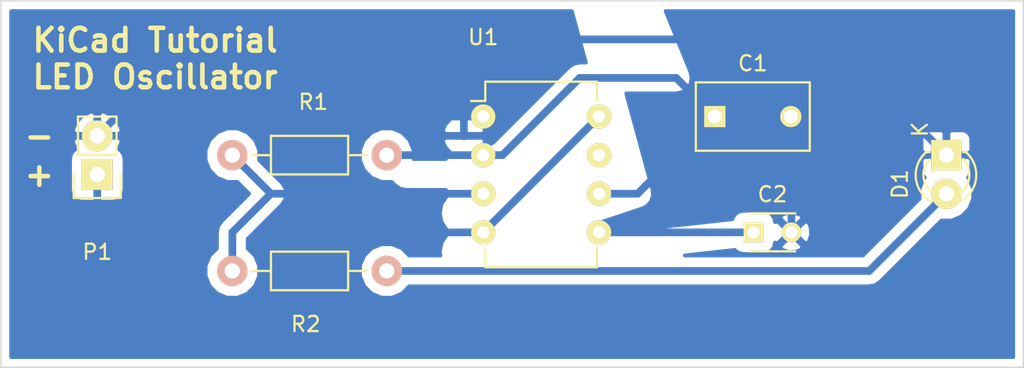
<source format=kicad_pcb>
(kicad_pcb (version 4) (host pcbnew 0.201509111501+6183~30~ubuntu14.04.1-product)

  (general
    (links 13)
    (no_connects 0)
    (area 93.929999 93.929999 161.340001 118.160001)
    (thickness 1.6)
    (drawings 7)
    (tracks 29)
    (zones 0)
    (modules 7)
    (nets 8)
  )

  (page A4)
  (layers
    (0 F.Cu signal)
    (31 B.Cu signal)
    (32 B.Adhes user)
    (33 F.Adhes user)
    (34 B.Paste user)
    (35 F.Paste user)
    (36 B.SilkS user)
    (37 F.SilkS user)
    (38 B.Mask user)
    (39 F.Mask user)
    (40 Dwgs.User user)
    (41 Cmts.User user)
    (42 Eco1.User user)
    (43 Eco2.User user)
    (44 Edge.Cuts user)
    (45 Margin user)
    (46 B.CrtYd user)
    (47 F.CrtYd user)
    (48 B.Fab user)
    (49 F.Fab user)
  )

  (setup
    (last_trace_width 0.508)
    (trace_clearance 0.635)
    (zone_clearance 0.508)
    (zone_45_only yes)
    (trace_min 0.508)
    (segment_width 0.2)
    (edge_width 0.1)
    (via_size 0.6)
    (via_drill 0.4)
    (via_min_size 0.4)
    (via_min_drill 0.3)
    (uvia_size 0.3)
    (uvia_drill 0.1)
    (uvias_allowed no)
    (uvia_min_size 0)
    (uvia_min_drill 0)
    (pcb_text_width 0.3)
    (pcb_text_size 1.5 1.5)
    (mod_edge_width 0.15)
    (mod_text_size 1 1)
    (mod_text_width 0.15)
    (pad_size 1.5 1.5)
    (pad_drill 0.6)
    (pad_to_mask_clearance 0)
    (aux_axis_origin 0 0)
    (visible_elements FFFFFF7F)
    (pcbplotparams
      (layerselection 0x01030_80000001)
      (usegerberextensions false)
      (excludeedgelayer false)
      (linewidth 0.100000)
      (plotframeref false)
      (viasonmask false)
      (mode 1)
      (useauxorigin false)
      (hpglpennumber 1)
      (hpglpenspeed 20)
      (hpglpendiameter 15)
      (hpglpenoverlay 2)
      (psnegative false)
      (psa4output false)
      (plotreference true)
      (plotvalue true)
      (plotinvisibletext false)
      (padsonsilk false)
      (subtractmaskfromsilk false)
      (outputformat 1)
      (mirror false)
      (drillshape 0)
      (scaleselection 1)
      (outputdirectory ""))
  )

  (net 0 "")
  (net 1 "Net-(C1-Pad1)")
  (net 2 GND)
  (net 3 "Net-(C2-Pad1)")
  (net 4 "Net-(D1-Pad2)")
  (net 5 VCC)
  (net 6 "Net-(R1-Pad1)")
  (net 7 "Net-(U1-Pad7)")

  (net_class Default "This is the default net class."
    (clearance 0.635)
    (trace_width 0.508)
    (via_dia 0.6)
    (via_drill 0.4)
    (uvia_dia 0.3)
    (uvia_drill 0.1)
    (add_net GND)
    (add_net "Net-(C1-Pad1)")
    (add_net "Net-(C2-Pad1)")
    (add_net "Net-(D1-Pad2)")
    (add_net "Net-(R1-Pad1)")
    (add_net "Net-(U1-Pad7)")
    (add_net VCC)
  )

  (module Capacitors_ThroughHole:C_Disc_D7.5_P5 (layer F.Cu) (tedit 0) (tstamp 55F9F073)
    (at 140.97 101.6)
    (descr "Capacitor 7.5mm Disc, Pitch 5mm")
    (tags Capacitor)
    (path /55F9E888)
    (fp_text reference C1 (at 2.5 -3.5) (layer F.SilkS)
      (effects (font (size 1 1) (thickness 0.15)))
    )
    (fp_text value 100uF (at 2.5 3.5) (layer F.Fab)
      (effects (font (size 1 1) (thickness 0.15)))
    )
    (fp_line (start -1.5 -2.5) (end 6.5 -2.5) (layer F.CrtYd) (width 0.05))
    (fp_line (start 6.5 -2.5) (end 6.5 2.5) (layer F.CrtYd) (width 0.05))
    (fp_line (start 6.5 2.5) (end -1.5 2.5) (layer F.CrtYd) (width 0.05))
    (fp_line (start -1.5 2.5) (end -1.5 -2.5) (layer F.CrtYd) (width 0.05))
    (fp_line (start -1.25 -2.25) (end 6.25 -2.25) (layer F.SilkS) (width 0.15))
    (fp_line (start 6.25 -2.25) (end 6.25 2.25) (layer F.SilkS) (width 0.15))
    (fp_line (start 6.25 2.25) (end -1.25 2.25) (layer F.SilkS) (width 0.15))
    (fp_line (start -1.25 2.25) (end -1.25 -2.25) (layer F.SilkS) (width 0.15))
    (pad 1 thru_hole rect (at 0 0) (size 1.4 1.4) (drill 0.9) (layers *.Cu *.Mask F.SilkS)
      (net 1 "Net-(C1-Pad1)"))
    (pad 2 thru_hole circle (at 5 0) (size 1.4 1.4) (drill 0.9) (layers *.Cu *.Mask F.SilkS)
      (net 2 GND))
    (model Capacitors_ThroughHole.3dshapes/C_Disc_D7.5_P5.wrl
      (at (xyz 0.0984252 0 0))
      (scale (xyz 1 1 1))
      (rotate (xyz 0 0 0))
    )
  )

  (module Capacitors_ThroughHole:C_Disc_D3_P2.5 (layer F.Cu) (tedit 0) (tstamp 55F9F079)
    (at 143.51 109.22)
    (descr "Capacitor 3mm Disc, Pitch 2.5mm")
    (tags Capacitor)
    (path /55F9E7AD)
    (fp_text reference C2 (at 1.25 -2.5) (layer F.SilkS)
      (effects (font (size 1 1) (thickness 0.15)))
    )
    (fp_text value .01uF (at 1.25 2.5) (layer F.Fab)
      (effects (font (size 1 1) (thickness 0.15)))
    )
    (fp_line (start -0.9 -1.5) (end 3.4 -1.5) (layer F.CrtYd) (width 0.05))
    (fp_line (start 3.4 -1.5) (end 3.4 1.5) (layer F.CrtYd) (width 0.05))
    (fp_line (start 3.4 1.5) (end -0.9 1.5) (layer F.CrtYd) (width 0.05))
    (fp_line (start -0.9 1.5) (end -0.9 -1.5) (layer F.CrtYd) (width 0.05))
    (fp_line (start -0.25 -1.25) (end 2.75 -1.25) (layer F.SilkS) (width 0.15))
    (fp_line (start 2.75 1.25) (end -0.25 1.25) (layer F.SilkS) (width 0.15))
    (pad 1 thru_hole rect (at 0 0) (size 1.3 1.3) (drill 0.8) (layers *.Cu *.Mask F.SilkS)
      (net 3 "Net-(C2-Pad1)"))
    (pad 2 thru_hole circle (at 2.5 0) (size 1.3 1.3) (drill 0.8001) (layers *.Cu *.Mask F.SilkS)
      (net 2 GND))
    (model Capacitors_ThroughHole.3dshapes/C_Disc_D3_P2.5.wrl
      (at (xyz 0.0492126 0 0))
      (scale (xyz 1 1 1))
      (rotate (xyz 0 0 0))
    )
  )

  (module LEDs:LED-3MM (layer F.Cu) (tedit 559B82F6) (tstamp 55F9F07F)
    (at 156.21 104.14 270)
    (descr "LED 3mm round vertical")
    (tags "LED  3mm round vertical")
    (path /55F9EB94)
    (fp_text reference D1 (at 1.91 3.06 270) (layer F.SilkS)
      (effects (font (size 1 1) (thickness 0.15)))
    )
    (fp_text value LED (at 1.3 -2.9 270) (layer F.Fab)
      (effects (font (size 1 1) (thickness 0.15)))
    )
    (fp_line (start -1.2 2.3) (end 3.8 2.3) (layer F.CrtYd) (width 0.05))
    (fp_line (start 3.8 2.3) (end 3.8 -2.2) (layer F.CrtYd) (width 0.05))
    (fp_line (start 3.8 -2.2) (end -1.2 -2.2) (layer F.CrtYd) (width 0.05))
    (fp_line (start -1.2 -2.2) (end -1.2 2.3) (layer F.CrtYd) (width 0.05))
    (fp_line (start -0.199 1.314) (end -0.199 1.114) (layer F.SilkS) (width 0.15))
    (fp_line (start -0.199 -1.28) (end -0.199 -1.1) (layer F.SilkS) (width 0.15))
    (fp_arc (start 1.301 0.034) (end -0.199 -1.286) (angle 108.5) (layer F.SilkS) (width 0.15))
    (fp_arc (start 1.301 0.034) (end 0.25 -1.1) (angle 85.7) (layer F.SilkS) (width 0.15))
    (fp_arc (start 1.311 0.034) (end 3.051 0.994) (angle 110) (layer F.SilkS) (width 0.15))
    (fp_arc (start 1.301 0.034) (end 2.335 1.094) (angle 87.5) (layer F.SilkS) (width 0.15))
    (fp_text user K (at -1.69 1.74 270) (layer F.SilkS)
      (effects (font (size 1 1) (thickness 0.15)))
    )
    (pad 1 thru_hole rect (at 0 0) (size 2 2) (drill 1.00076) (layers *.Cu *.Mask F.SilkS)
      (net 2 GND))
    (pad 2 thru_hole circle (at 2.54 0 270) (size 2 2) (drill 1.00076) (layers *.Cu *.Mask F.SilkS)
      (net 4 "Net-(D1-Pad2)"))
    (model LEDs.3dshapes/LED-3MM.wrl
      (at (xyz 0.05 0 0))
      (scale (xyz 1 1 1))
      (rotate (xyz 0 0 90))
    )
  )

  (module Pin_Headers:Pin_Header_Straight_1x02 (layer F.Cu) (tedit 54EA090C) (tstamp 55F9F085)
    (at 100.33 105.41 180)
    (descr "Through hole pin header")
    (tags "pin header")
    (path /55F9F07E)
    (fp_text reference P1 (at 0 -5.1 180) (layer F.SilkS)
      (effects (font (size 1 1) (thickness 0.15)))
    )
    (fp_text value CONN_01X02 (at 0 -3.1 180) (layer F.Fab)
      (effects (font (size 1 1) (thickness 0.15)))
    )
    (fp_line (start 1.27 1.27) (end 1.27 3.81) (layer F.SilkS) (width 0.15))
    (fp_line (start 1.55 -1.55) (end 1.55 0) (layer F.SilkS) (width 0.15))
    (fp_line (start -1.75 -1.75) (end -1.75 4.3) (layer F.CrtYd) (width 0.05))
    (fp_line (start 1.75 -1.75) (end 1.75 4.3) (layer F.CrtYd) (width 0.05))
    (fp_line (start -1.75 -1.75) (end 1.75 -1.75) (layer F.CrtYd) (width 0.05))
    (fp_line (start -1.75 4.3) (end 1.75 4.3) (layer F.CrtYd) (width 0.05))
    (fp_line (start 1.27 1.27) (end -1.27 1.27) (layer F.SilkS) (width 0.15))
    (fp_line (start -1.55 0) (end -1.55 -1.55) (layer F.SilkS) (width 0.15))
    (fp_line (start -1.55 -1.55) (end 1.55 -1.55) (layer F.SilkS) (width 0.15))
    (fp_line (start -1.27 1.27) (end -1.27 3.81) (layer F.SilkS) (width 0.15))
    (fp_line (start -1.27 3.81) (end 1.27 3.81) (layer F.SilkS) (width 0.15))
    (pad 1 thru_hole rect (at 0 0 180) (size 2.032 2.032) (drill 1.016) (layers *.Cu *.Mask F.SilkS)
      (net 5 VCC))
    (pad 2 thru_hole oval (at 0 2.54 180) (size 2.032 2.032) (drill 1.016) (layers *.Cu *.Mask F.SilkS)
      (net 2 GND))
    (model Pin_Headers.3dshapes/Pin_Header_Straight_1x02.wrl
      (at (xyz 0 -0.05 0))
      (scale (xyz 1 1 1))
      (rotate (xyz 0 0 90))
    )
  )

  (module Resistors_ThroughHole:Resistor_Horizontal_RM10mm (layer F.Cu) (tedit 53F56209) (tstamp 55F9F08B)
    (at 114.3 104.14)
    (descr "Resistor, Axial,  RM 10mm, 1/3W,")
    (tags "Resistor, Axial, RM 10mm, 1/3W,")
    (path /55F9E686)
    (fp_text reference R1 (at 0.24892 -3.50012) (layer F.SilkS)
      (effects (font (size 1 1) (thickness 0.15)))
    )
    (fp_text value 10k (at 3.81 3.81) (layer F.Fab)
      (effects (font (size 1 1) (thickness 0.15)))
    )
    (fp_line (start -2.54 -1.27) (end 2.54 -1.27) (layer F.SilkS) (width 0.15))
    (fp_line (start 2.54 -1.27) (end 2.54 1.27) (layer F.SilkS) (width 0.15))
    (fp_line (start 2.54 1.27) (end -2.54 1.27) (layer F.SilkS) (width 0.15))
    (fp_line (start -2.54 1.27) (end -2.54 -1.27) (layer F.SilkS) (width 0.15))
    (fp_line (start -2.54 0) (end -3.81 0) (layer F.SilkS) (width 0.15))
    (fp_line (start 2.54 0) (end 3.81 0) (layer F.SilkS) (width 0.15))
    (pad 1 thru_hole circle (at -5.08 0) (size 1.99898 1.99898) (drill 1.00076) (layers *.Cu *.SilkS *.Mask)
      (net 6 "Net-(R1-Pad1)"))
    (pad 2 thru_hole circle (at 5.08 0) (size 1.99898 1.99898) (drill 1.00076) (layers *.Cu *.SilkS *.Mask)
      (net 1 "Net-(C1-Pad1)"))
    (model Resistors_ThroughHole.3dshapes/Resistor_Horizontal_RM10mm.wrl
      (at (xyz 0 0 0))
      (scale (xyz 0.4 0.4 0.4))
      (rotate (xyz 0 0 0))
    )
  )

  (module Resistors_ThroughHole:Resistor_Horizontal_RM10mm (layer F.Cu) (tedit 53F56209) (tstamp 55F9F091)
    (at 114.3 111.76 180)
    (descr "Resistor, Axial,  RM 10mm, 1/3W,")
    (tags "Resistor, Axial, RM 10mm, 1/3W,")
    (path /55F9EC3D)
    (fp_text reference R2 (at 0.24892 -3.50012 180) (layer F.SilkS)
      (effects (font (size 1 1) (thickness 0.15)))
    )
    (fp_text value 470 (at 3.81 3.81 180) (layer F.Fab)
      (effects (font (size 1 1) (thickness 0.15)))
    )
    (fp_line (start -2.54 -1.27) (end 2.54 -1.27) (layer F.SilkS) (width 0.15))
    (fp_line (start 2.54 -1.27) (end 2.54 1.27) (layer F.SilkS) (width 0.15))
    (fp_line (start 2.54 1.27) (end -2.54 1.27) (layer F.SilkS) (width 0.15))
    (fp_line (start -2.54 1.27) (end -2.54 -1.27) (layer F.SilkS) (width 0.15))
    (fp_line (start -2.54 0) (end -3.81 0) (layer F.SilkS) (width 0.15))
    (fp_line (start 2.54 0) (end 3.81 0) (layer F.SilkS) (width 0.15))
    (pad 1 thru_hole circle (at -5.08 0 180) (size 1.99898 1.99898) (drill 1.00076) (layers *.Cu *.SilkS *.Mask)
      (net 4 "Net-(D1-Pad2)"))
    (pad 2 thru_hole circle (at 5.08 0 180) (size 1.99898 1.99898) (drill 1.00076) (layers *.Cu *.SilkS *.Mask)
      (net 6 "Net-(R1-Pad1)"))
    (model Resistors_ThroughHole.3dshapes/Resistor_Horizontal_RM10mm.wrl
      (at (xyz 0 0 0))
      (scale (xyz 0.4 0.4 0.4))
      (rotate (xyz 0 0 0))
    )
  )

  (module Housings_DIP:DIP-8_W7.62mm (layer F.Cu) (tedit 54130A77) (tstamp 55F9F09D)
    (at 125.73 101.6)
    (descr "8-lead dip package, row spacing 7.62 mm (300 mils)")
    (tags "dil dip 2.54 300")
    (path /55F9E2D0)
    (fp_text reference U1 (at 0 -5.22) (layer F.SilkS)
      (effects (font (size 1 1) (thickness 0.15)))
    )
    (fp_text value LM555N (at 0 -3.72) (layer F.Fab)
      (effects (font (size 1 1) (thickness 0.15)))
    )
    (fp_line (start -1.05 -2.45) (end -1.05 10.1) (layer F.CrtYd) (width 0.05))
    (fp_line (start 8.65 -2.45) (end 8.65 10.1) (layer F.CrtYd) (width 0.05))
    (fp_line (start -1.05 -2.45) (end 8.65 -2.45) (layer F.CrtYd) (width 0.05))
    (fp_line (start -1.05 10.1) (end 8.65 10.1) (layer F.CrtYd) (width 0.05))
    (fp_line (start 0.135 -2.295) (end 0.135 -1.025) (layer F.SilkS) (width 0.15))
    (fp_line (start 7.485 -2.295) (end 7.485 -1.025) (layer F.SilkS) (width 0.15))
    (fp_line (start 7.485 9.915) (end 7.485 8.645) (layer F.SilkS) (width 0.15))
    (fp_line (start 0.135 9.915) (end 0.135 8.645) (layer F.SilkS) (width 0.15))
    (fp_line (start 0.135 -2.295) (end 7.485 -2.295) (layer F.SilkS) (width 0.15))
    (fp_line (start 0.135 9.915) (end 7.485 9.915) (layer F.SilkS) (width 0.15))
    (fp_line (start 0.135 -1.025) (end -0.8 -1.025) (layer F.SilkS) (width 0.15))
    (pad 1 thru_hole oval (at 0 0) (size 1.6 1.6) (drill 0.8) (layers *.Cu *.Mask F.SilkS)
      (net 2 GND))
    (pad 2 thru_hole oval (at 0 2.54) (size 1.6 1.6) (drill 0.8) (layers *.Cu *.Mask F.SilkS)
      (net 1 "Net-(C1-Pad1)"))
    (pad 3 thru_hole oval (at 0 5.08) (size 1.6 1.6) (drill 0.8) (layers *.Cu *.Mask F.SilkS)
      (net 6 "Net-(R1-Pad1)"))
    (pad 4 thru_hole oval (at 0 7.62) (size 1.6 1.6) (drill 0.8) (layers *.Cu *.Mask F.SilkS)
      (net 5 VCC))
    (pad 5 thru_hole oval (at 7.62 7.62) (size 1.6 1.6) (drill 0.8) (layers *.Cu *.Mask F.SilkS)
      (net 3 "Net-(C2-Pad1)"))
    (pad 6 thru_hole oval (at 7.62 5.08) (size 1.6 1.6) (drill 0.8) (layers *.Cu *.Mask F.SilkS)
      (net 1 "Net-(C1-Pad1)"))
    (pad 7 thru_hole oval (at 7.62 2.54) (size 1.6 1.6) (drill 0.8) (layers *.Cu *.Mask F.SilkS)
      (net 7 "Net-(U1-Pad7)"))
    (pad 8 thru_hole oval (at 7.62 0) (size 1.6 1.6) (drill 0.8) (layers *.Cu *.Mask F.SilkS)
      (net 5 VCC))
    (model Housings_DIP.3dshapes/DIP-8_W7.62mm.wrl
      (at (xyz 0 0 0))
      (scale (xyz 1 1 1))
      (rotate (xyz 0 0 0))
    )
  )

  (gr_text + (at 96.52 105.41) (layer F.SilkS)
    (effects (font (size 1.5 1.5) (thickness 0.3)))
  )
  (gr_text - (at 96.52 102.87) (layer F.SilkS)
    (effects (font (size 1.5 1.5) (thickness 0.3)))
  )
  (gr_text "KiCad Tutorial\nLED Oscillator" (at 104.14 97.79) (layer F.SilkS)
    (effects (font (size 1.5 1.5) (thickness 0.3)))
  )
  (gr_line (start 161.29 93.98) (end 93.98 93.98) (angle 90) (layer Edge.Cuts) (width 0.1))
  (gr_line (start 161.29 118.11) (end 161.29 93.98) (angle 90) (layer Edge.Cuts) (width 0.1))
  (gr_line (start 93.98 118.11) (end 161.29 118.11) (angle 90) (layer Edge.Cuts) (width 0.1))
  (gr_line (start 93.98 93.98) (end 93.98 118.11) (angle 90) (layer Edge.Cuts) (width 0.1))

  (segment (start 119.38 104.14) (end 125.73 104.14) (width 0.508) (layer B.Cu) (net 1) (status 20))
  (segment (start 140.97 101.6) (end 138.43 99.06) (width 0.508) (layer B.Cu) (net 1) (status 10))
  (segment (start 127 104.14) (end 125.73 104.14) (width 0.508) (layer B.Cu) (net 1) (tstamp 55FA0CC7) (status 20))
  (segment (start 132.08 99.06) (end 127 104.14) (width 0.508) (layer B.Cu) (net 1) (tstamp 55FA0CC1))
  (segment (start 138.43 99.06) (end 132.08 99.06) (width 0.508) (layer B.Cu) (net 1) (tstamp 55FA0CBC))
  (segment (start 140.97 101.6) (end 135.89 106.68) (width 0.508) (layer B.Cu) (net 1) (status 10))
  (segment (start 135.89 106.68) (end 133.35 106.68) (width 0.508) (layer B.Cu) (net 1) (tstamp 55FA0CB6) (status 20))
  (segment (start 100.33 102.87) (end 101.6 101.6) (width 0.508) (layer B.Cu) (net 2))
  (segment (start 101.6 101.6) (end 125.73 101.6) (width 0.508) (layer B.Cu) (net 2) (tstamp 55F9F282) (status 20))
  (segment (start 145.97 101.6) (end 153.67 101.6) (width 0.508) (layer B.Cu) (net 2) (status 10))
  (segment (start 153.67 101.6) (end 156.21 104.14) (width 0.508) (layer B.Cu) (net 2) (tstamp 55F9F600))
  (segment (start 125.73 101.6) (end 130.81 96.52) (width 0.508) (layer B.Cu) (net 2) (status 10))
  (segment (start 140.89 96.52) (end 145.97 101.6) (width 0.508) (layer B.Cu) (net 2) (tstamp 55F9F5AC) (status 20))
  (segment (start 130.81 96.52) (end 140.89 96.52) (width 0.508) (layer B.Cu) (net 2) (tstamp 55F9F59A))
  (segment (start 146.01 109.22) (end 146.01 101.64) (width 0.508) (layer B.Cu) (net 2) (status 20))
  (segment (start 146.01 101.64) (end 145.97 101.6) (width 0.508) (layer B.Cu) (net 2) (tstamp 55F9F596) (status 30))
  (segment (start 133.35 109.22) (end 143.51 109.22) (width 0.508) (layer B.Cu) (net 3) (status 10))
  (segment (start 156.21 106.68) (end 151.13 111.76) (width 0.508) (layer B.Cu) (net 4))
  (segment (start 151.13 111.76) (end 119.38 111.76) (width 0.508) (layer B.Cu) (net 4) (tstamp 55F9F606))
  (segment (start 125.73 109.22) (end 116.84 109.22) (width 0.508) (layer B.Cu) (net 5) (status 10))
  (segment (start 116.84 109.22) (end 110.49 115.57) (width 0.508) (layer B.Cu) (net 5) (tstamp 55F9F4FE))
  (segment (start 110.49 115.57) (end 107.95 115.57) (width 0.508) (layer B.Cu) (net 5) (tstamp 55F9F502))
  (segment (start 107.95 115.57) (end 100.33 107.95) (width 0.508) (layer B.Cu) (net 5) (tstamp 55F9F507))
  (segment (start 100.33 107.95) (end 100.33 105.41) (width 0.508) (layer B.Cu) (net 5) (tstamp 55F9F50E))
  (segment (start 133.35 101.6) (end 125.73 109.22) (width 0.508) (layer B.Cu) (net 5) (status 30))
  (segment (start 125.73 106.68) (end 111.76 106.68) (width 0.508) (layer B.Cu) (net 6) (status 10))
  (segment (start 109.22 111.76) (end 109.22 109.22) (width 0.508) (layer B.Cu) (net 6))
  (segment (start 109.22 109.22) (end 111.76 106.68) (width 0.508) (layer B.Cu) (net 6) (tstamp 55F9F512))
  (segment (start 111.76 106.68) (end 109.22 104.14) (width 0.508) (layer B.Cu) (net 6) (tstamp 55F9F298))

  (zone (net 2) (net_name GND) (layer B.Cu) (tstamp 55FA0B3D) (hatch edge 0.508)
    (connect_pads (clearance 0.508))
    (min_thickness 0.254)
    (fill yes (arc_segments 16) (thermal_gap 0.508) (thermal_bridge_width 0.508))
    (polygon
      (pts
        (xy 161.29 118.11) (xy 93.98 118.11) (xy 93.98 93.98) (xy 161.29 93.98) (xy 161.29 118.11)
      )
    )
    (filled_polygon
      (pts
        (xy 132.48162 98.044) (xy 132.08 98.044) (xy 131.7557 98.108507) (xy 131.691193 98.121338) (xy 131.36158 98.341579)
        (xy 126.398165 103.304995) (xy 125.606369 103.700893) (xy 125.691041 103.607423) (xy 125.851904 103.219039) (xy 125.729915 102.997)
        (xy 124.587 102.997) (xy 124.587 103.017) (xy 124.333 103.017) (xy 124.333 102.997) (xy 123.190085 102.997)
        (xy 123.068096 103.219039) (xy 123.228959 103.607423) (xy 123.604866 104.022389) (xy 123.689005 104.06221) (xy 123.324898 104.305499)
        (xy 123.265763 104.394) (xy 121.141269 104.394) (xy 121.141795 103.791155) (xy 120.87419 103.143499) (xy 120.379107 102.647552)
        (xy 120.074243 102.520961) (xy 123.068096 102.520961) (xy 123.190085 102.743) (xy 124.333 102.743) (xy 124.333 101.599371)
        (xy 124.587 101.599371) (xy 124.587 102.743) (xy 125.729915 102.743) (xy 125.851904 102.520961) (xy 125.691041 102.132577)
        (xy 125.315134 101.717611) (xy 124.809041 101.478086) (xy 124.587 101.599371) (xy 124.333 101.599371) (xy 124.110959 101.478086)
        (xy 123.604866 101.717611) (xy 123.228959 102.132577) (xy 123.068096 102.520961) (xy 120.074243 102.520961) (xy 119.731919 102.378816)
        (xy 119.031155 102.378205) (xy 118.383499 102.64581) (xy 117.887552 103.140893) (xy 117.618816 103.788081) (xy 117.618205 104.488845)
        (xy 117.88581 105.136501) (xy 118.380893 105.632448) (xy 119.028081 105.901184) (xy 119.704933 105.901774) (xy 119.931579 106.12842)
        (xy 120.005094 106.177541) (xy 120.261194 106.348662) (xy 120.65 106.426) (xy 123.265763 106.426) (xy 123.324898 106.514501)
        (xy 123.572585 106.68) (xy 123.324898 106.845499) (xy 122.986299 107.352248) (xy 122.867399 107.95) (xy 122.986299 108.547752)
        (xy 123.324898 109.054501) (xy 123.572585 109.22) (xy 123.324898 109.385499) (xy 122.986299 109.892248) (xy 122.867399 110.49)
        (xy 122.917923 110.744) (xy 120.854725 110.744) (xy 120.379107 110.267552) (xy 119.731919 109.998816) (xy 119.031155 109.998205)
        (xy 118.383499 110.26581) (xy 117.887552 110.760893) (xy 117.618816 111.408081) (xy 117.618205 112.108845) (xy 117.88581 112.756501)
        (xy 118.380893 113.252448) (xy 119.028081 113.521184) (xy 119.728845 113.521795) (xy 120.376501 113.25419) (xy 120.855526 112.776)
        (xy 151.13 112.776) (xy 151.4543 112.711493) (xy 151.518807 112.698662) (xy 151.84842 112.47842) (xy 155.885123 108.441718)
        (xy 156.558946 108.442306) (xy 157.206789 108.174622) (xy 157.70288 107.679396) (xy 157.971694 107.032021) (xy 157.972306 106.331054)
        (xy 157.704622 105.683211) (xy 157.634779 105.613246) (xy 157.748327 105.499699) (xy 157.845 105.26631) (xy 157.845 104.42575)
        (xy 157.68625 104.267) (xy 156.337 104.267) (xy 156.337 104.287) (xy 156.083 104.287) (xy 156.083 104.267)
        (xy 154.73375 104.267) (xy 154.575 104.42575) (xy 154.575 105.26631) (xy 154.671673 105.499699) (xy 154.784908 105.612934)
        (xy 154.71712 105.680604) (xy 154.448306 106.327979) (xy 154.447715 107.005445) (xy 150.70916 110.744) (xy 138.994272 110.744)
        (xy 142.281847 110.378714) (xy 142.303092 110.411729) (xy 142.557731 110.585717) (xy 142.86 110.646928) (xy 144.16 110.646928)
        (xy 144.44238 110.593795) (xy 144.701729 110.426908) (xy 144.875717 110.172269) (xy 144.886501 110.119016) (xy 145.29059 110.119016)
        (xy 145.346271 110.349611) (xy 145.829078 110.517622) (xy 146.339428 110.488083) (xy 146.673729 110.349611) (xy 146.72941 110.119016)
        (xy 146.01 109.399605) (xy 145.29059 110.119016) (xy 144.886501 110.119016) (xy 144.931642 109.896105) (xy 145.110984 109.93941)
        (xy 145.830395 109.22) (xy 146.189605 109.22) (xy 146.909016 109.93941) (xy 147.139611 109.883729) (xy 147.307622 109.400922)
        (xy 147.278083 108.890572) (xy 147.139611 108.556271) (xy 146.909016 108.50059) (xy 146.189605 109.22) (xy 145.830395 109.22)
        (xy 145.110984 108.50059) (xy 144.932 108.543809) (xy 144.890073 108.320984) (xy 145.29059 108.320984) (xy 146.01 109.040395)
        (xy 146.72941 108.320984) (xy 146.673729 108.090389) (xy 146.190922 107.922378) (xy 145.680572 107.951917) (xy 145.346271 108.090389)
        (xy 145.29059 108.320984) (xy 144.890073 108.320984) (xy 144.883795 108.28762) (xy 144.716908 108.028271) (xy 144.462269 107.854283)
        (xy 144.16 107.793072) (xy 142.86 107.793072) (xy 142.57762 107.846205) (xy 142.318271 108.013092) (xy 142.144283 108.267731)
        (xy 142.127344 108.351376) (xy 133.158802 109.347881) (xy 132.967415 109.22) (xy 133.215102 109.054501) (xy 133.553701 108.547752)
        (xy 133.557542 108.528444) (xy 136.211288 107.643862) (xy 136.359459 107.559399) (xy 136.512084 107.483286) (xy 136.530842 107.461704)
        (xy 136.555685 107.447542) (xy 136.660257 107.312802) (xy 136.772135 107.184077) (xy 136.781206 107.156959) (xy 136.798738 107.134369)
        (xy 136.843787 106.96987) (xy 136.897889 106.808128) (xy 136.895892 106.779604) (xy 136.903445 106.752023) (xy 136.882112 106.582795)
        (xy 136.8702 106.412673) (xy 135.943205 103.01369) (xy 154.575 103.01369) (xy 154.575 103.85425) (xy 154.73375 104.013)
        (xy 156.083 104.013) (xy 156.083 102.66375) (xy 156.337 102.66375) (xy 156.337 104.013) (xy 157.68625 104.013)
        (xy 157.845 103.85425) (xy 157.845 103.01369) (xy 157.748327 102.780301) (xy 157.569698 102.601673) (xy 157.336309 102.505)
        (xy 156.49575 102.505) (xy 156.337 102.66375) (xy 156.083 102.66375) (xy 155.92425 102.505) (xy 155.083691 102.505)
        (xy 154.850302 102.601673) (xy 154.671673 102.780301) (xy 154.575 103.01369) (xy 135.943205 103.01369) (xy 135.142016 100.076)
        (xy 138.43 100.076) (xy 138.621538 100.037901) (xy 138.813334 100.00091) (xy 138.81585 99.99925) (xy 138.818806 99.998662)
        (xy 138.981061 99.890246) (xy 139.144225 99.782593) (xy 139.145917 99.780093) (xy 139.14842 99.77842) (xy 139.256881 99.616097)
        (xy 139.366381 99.454266) (xy 139.366986 99.451314) (xy 139.368662 99.448806) (xy 139.406777 99.25719) (xy 139.445983 99.065916)
        (xy 139.445412 99.062956) (xy 139.446 99.06) (xy 139.407898 98.868446) (xy 139.37091 98.676667) (xy 137.736527 94.665)
        (xy 160.605 94.665) (xy 160.605 117.425) (xy 94.665 117.425) (xy 94.665 104.394) (xy 98.537072 104.394)
        (xy 98.537072 106.426) (xy 98.590205 106.70838) (xy 98.757092 106.967729) (xy 99.011731 107.141717) (xy 99.314 107.202928)
        (xy 101.346 107.202928) (xy 101.62838 107.149795) (xy 101.887729 106.982908) (xy 102.061717 106.728269) (xy 102.122928 106.426)
        (xy 102.122928 104.488845) (xy 107.458205 104.488845) (xy 107.72581 105.136501) (xy 108.220893 105.632448) (xy 108.868081 105.901184)
        (xy 109.544934 105.901774) (xy 110.323159 106.68) (xy 108.50158 108.50158) (xy 108.281338 108.831193) (xy 108.281338 108.831194)
        (xy 108.204 109.22) (xy 108.204 110.285275) (xy 107.727552 110.760893) (xy 107.458816 111.408081) (xy 107.458205 112.108845)
        (xy 107.72581 112.756501) (xy 108.220893 113.252448) (xy 108.868081 113.521184) (xy 109.568845 113.521795) (xy 110.216501 113.25419)
        (xy 110.712448 112.759107) (xy 110.981184 112.111919) (xy 110.981795 111.411155) (xy 110.71419 110.763499) (xy 110.236 110.284474)
        (xy 110.236 109.64084) (xy 112.47842 107.398421) (xy 112.698661 107.068807) (xy 112.775999 106.68) (xy 112.698661 106.291193)
        (xy 112.622721 106.177541) (xy 112.47842 105.961579) (xy 110.981208 104.464368) (xy 110.981795 103.791155) (xy 110.71419 103.143499)
        (xy 110.219107 102.647552) (xy 109.571919 102.378816) (xy 108.871155 102.378205) (xy 108.223499 102.64581) (xy 107.727552 103.140893)
        (xy 107.458816 103.788081) (xy 107.458205 104.488845) (xy 102.122928 104.488845) (xy 102.122928 104.394) (xy 102.069795 104.11162)
        (xy 101.902908 103.852271) (xy 101.734301 103.737066) (xy 101.736385 103.734818) (xy 101.935975 103.252944) (xy 101.816836 102.997)
        (xy 100.457 102.997) (xy 100.457 103.017) (xy 100.203 103.017) (xy 100.203 102.997) (xy 98.843164 102.997)
        (xy 98.724025 103.252944) (xy 98.923615 103.734818) (xy 98.926453 103.737878) (xy 98.772271 103.837092) (xy 98.598283 104.091731)
        (xy 98.537072 104.394) (xy 94.665 104.394) (xy 94.665 102.487056) (xy 98.724025 102.487056) (xy 98.843164 102.743)
        (xy 100.203 102.743) (xy 100.203 101.382633) (xy 100.457 101.382633) (xy 100.457 102.743) (xy 101.816836 102.743)
        (xy 101.935975 102.487056) (xy 101.736385 102.005182) (xy 101.298379 101.532812) (xy 100.712946 101.264017) (xy 100.457 101.382633)
        (xy 100.203 101.382633) (xy 99.947054 101.264017) (xy 99.361621 101.532812) (xy 98.923615 102.005182) (xy 98.724025 102.487056)
        (xy 94.665 102.487056) (xy 94.665 94.665) (xy 131.560074 94.665)
      )
    )
  )
)

</source>
